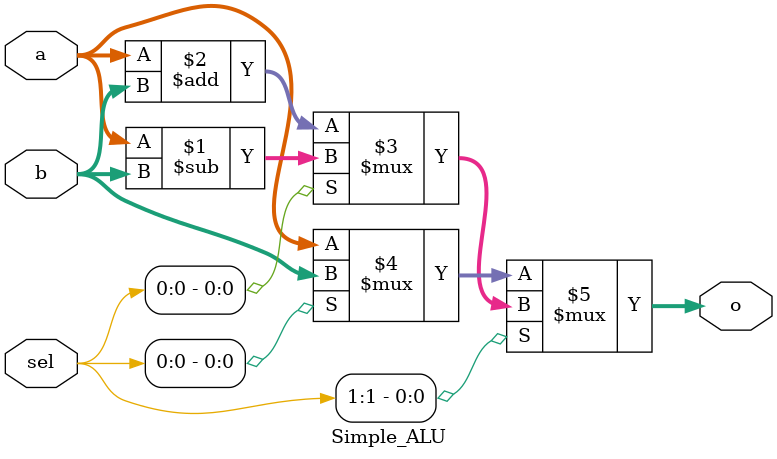
<source format=v>
`timescale 1ns / 1ps
module Simple_ALU(a, b, sel, o
    );
	 
input [3:0] a, b;
input [1:0] sel;

output [3:0] o;

//-- body
assign o = sel[1] ? (sel[0] ? (a-b) : (a+b) ) : (sel[0] ? b : a );
 

endmodule

</source>
